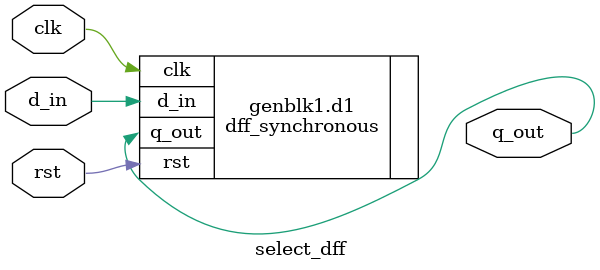
<source format=v>
module select_dff(
    output q_out,
  input d_in,
  input clk,rst 
  );
  
  parameter rst_sel =1;
    generate
      case(rst_sel)
        1'b0 : dff_asynchronous d(.q_out(q_out), .clk(clk), .rst(rst), .d_in(d_in));
        1'b1 : dff_synchronous d1(.q_out(q_out), .clk(clk), .rst(rst), .d_in(d_in));
      endcase
    endgenerate
  
endmodule

</source>
